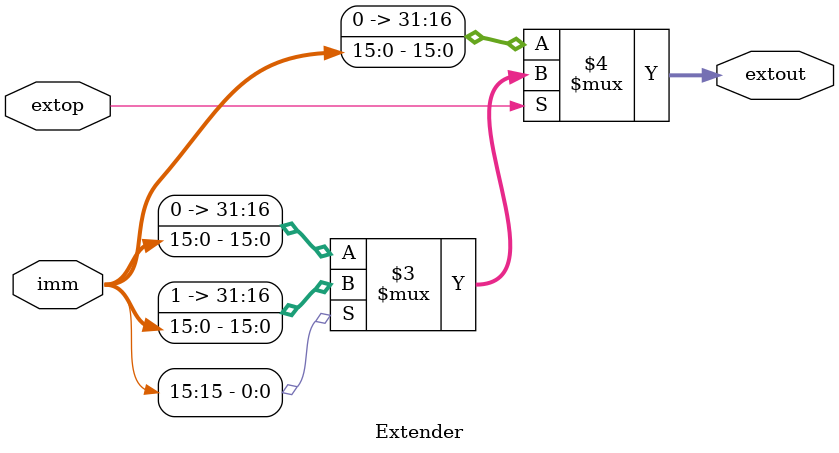
<source format=v>
module Extender(imm,extout,extop);
  //the immediate value to be extended
  input [15:0] imm;
  //the control signal for extension type
  input extop;
  //the extendes value
  output [31:0] extout;

  //if zero extension, then add 16 0's infront of immediate
  assign extout=(extop==0)?{16'b0,imm}:
  //sign extension:
  //if the most significant bit is 0, then add 16 0's in front of immediate
         (imm[15]==0)?{16'b0,imm}:
         //if the most significant bit is 1, then add 16 1's in front of immediate
         {16'hffff,imm};
 
endmodule


</source>
